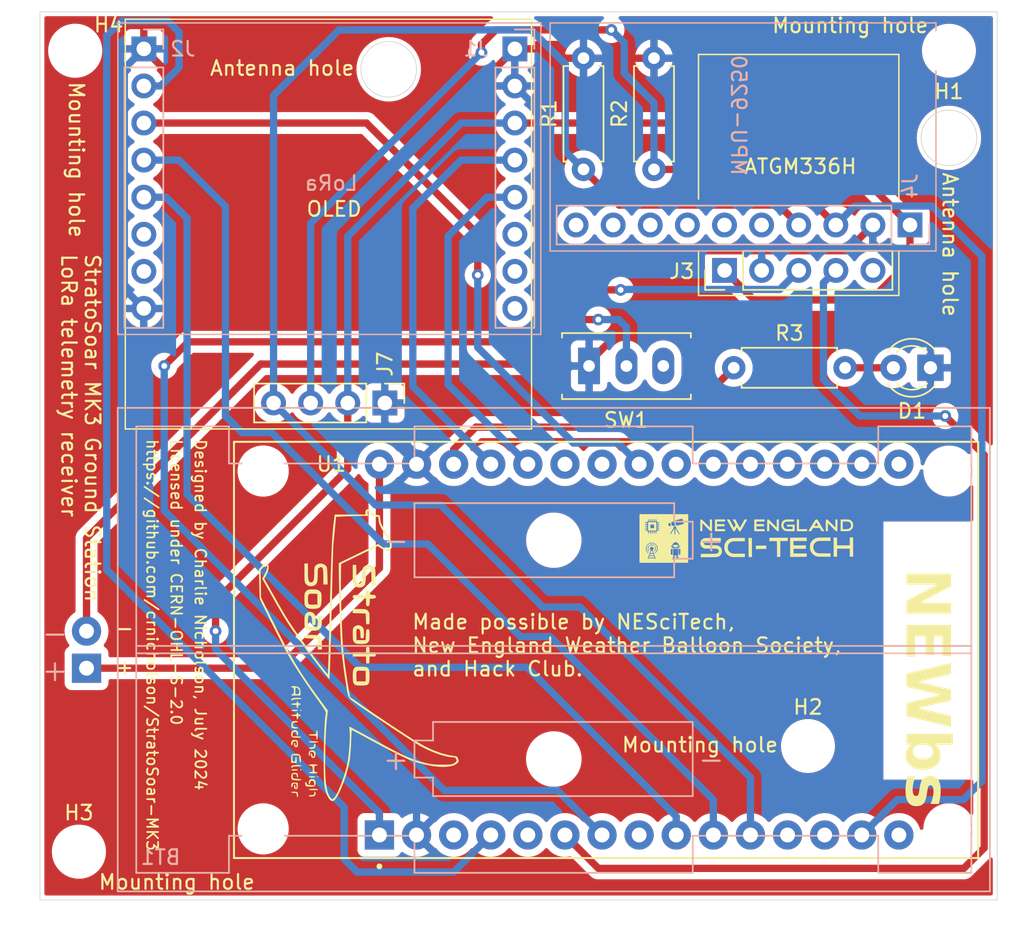
<source format=kicad_pcb>
(kicad_pcb (version 20240108) (generator "pcbnew") (generator_version "8.0")
  (layers (0 "F.Cu" signal) (31 "B.Cu" signal) (34 "B.Paste" user) (35 "F.Paste" user) (36 "B.SilkS" user "B.Silkscreen") (37 "F.SilkS" user "F.Silkscreen") (38 "B.Mask" user) (39 "F.Mask" user) (44 "Edge.Cuts" user))
  (net 0 "")
  (net 1 "+BATT")
  (net 2 "Net-(BT1--)")
  (net 3 "GND")
  (net 4 "Net-(D1-A)")
  (net 5 "DIO3")
  (net 6 "DIO0")
  (net 7 "DIO1")
  (net 8 "LORA_RST")
  (net 9 "+3.3V")
  (net 10 "DIO2")
  (net 11 "MOSI")
  (net 12 "DIO4")
  (net 13 "MISO")
  (net 14 "SCK")
  (net 15 "CS")
  (net 16 "DIO5")
  (net 18 "RX")
  (net 19 "TX")
  (net 20 "SDA")
  (net 25 "SCL")
  (net 28 "LED")
  (footprint "Resistor_THT:R_Axial_DIN0207_L6.3mm_D2.5mm_P7.62mm_Horizontal" (layer "F.Cu") (at 233.045 106.426)
    (property "Reference" "R3" (at 3.81 -2.37 0) (layer "F.SilkS"))
    (property "Value" "1 K")
    (pad "1" thru_hole circle (at 0 0) (size 1.6 1.6) (drill 0.8) (layers "*.Cu" "*.Mask") (net 28 "LED"))
    (pad "2" thru_hole oval (at 7.62 0) (size 1.6 1.6) (drill 0.8) (layers "*.Cu" "*.Mask") (net 4 "Net-(D1-A)"))
  )
  (footprint "MountingHole:MountingHole_3.2mm_M3" (layer "F.Cu") (at 188.214 139.573)
    (property "Reference" "H3" (at 0 -2.667 0) (layer "F.SilkS"))
    (property "Value" "MountingHole")
    (pad "" np_thru_hole circle (at 0 0) (size 3.2 3.2) (drill 3.2) (layers "*.Cu" "*.Mask"))
  )
  (footprint "LOGO" (layer "F.Cu") (at 207.391 126.111 -90)
    (property "Reference" "G***" (hide yes))
    (property "Value" "LOGO" (hide yes))
  )
  (footprint "Button_Switch_THT:SW_Slide_SPDT" (layer "F.Cu") (at 225.679 106.299)
    (property "Reference" "SW1" (at 0 3.707 0) (layer "F.SilkS"))
    (property "Value" "SW_SPDT")
    (pad "1" thru_hole rect (at -2.54 0) (size 1.5 2.5) (drill 0.8) (layers "*.Cu" "*.Mask") (net 3 "GND"))
    (pad "2" thru_hole oval (at 0.018 0.009) (size 1.5 2.5) (drill 0.8) (layers "*.Cu" "*.Mask") (net 2 "Net-(BT1--)"))
    (pad "3" thru_hole oval (at 2.54 0) (size 1.5 2.5) (drill 0.8) (layers "*.Cu" "*.Mask"))
  )
  (footprint "MountingHole:MountingHole_3.2mm_M3" (layer "F.Cu") (at 247.777 84.709)
    (property "Reference" "H1" (at 0 2.794 0) (layer "F.SilkS"))
    (property "Value" "MountingHole")
    (pad "" np_thru_hole circle (at 0 0) (size 3.2 3.2) (drill 3.2) (layers "*.Cu" "*.Mask"))
  )
  (footprint "Connector_PinHeader_2.54mm:PinHeader_1x04_P2.54mm_Vertical" (layer "F.Cu") (at 209.159 108.839 -90)
    (property "Reference" "J7" (at -2.667 -0.01 90) (layer "F.SilkS"))
    (property "Value" "OLED")
    (pad "1" thru_hole rect (at 0 0 270) (size 1.7 1.7) (drill 1) (layers "*.Cu" "*.Mask") (net 3 "GND"))
    (pad "2" thru_hole oval (at 0 2.54 270) (size 1.7 1.7) (drill 1) (layers "*.Cu" "*.Mask") (net 9 "+3.3V"))
    (pad "3" thru_hole oval (at 0 5.08 270) (size 1.7 1.7) (drill 1) (layers "*.Cu" "*.Mask") (net 25 "SCL"))
    (pad "4" thru_hole oval (at 0 7.62 270) (size 1.7 1.7) (drill 1) (layers "*.Cu" "*.Mask") (net 20 "SDA"))
  )
  (footprint "Resistor_THT:R_Axial_DIN0207_L6.3mm_D2.5mm_P7.62mm_Horizontal" (layer "F.Cu") (at 227.584 92.837 90)
    (property "Reference" "R2" (at 3.81 -2.37 -90) (layer "F.SilkS"))
    (property "Value" "1.8 K")
    (pad "1" thru_hole circle (at 0 0 90) (size 1.6 1.6) (drill 0.8) (layers "*.Cu" "*.Mask") (net 25 "SCL"))
    (pad "2" thru_hole oval (at 7.62 0 90) (size 1.6 1.6) (drill 0.8) (layers "*.Cu" "*.Mask") (net 3 "GND"))
  )
  (footprint "MountingHole:MountingHole_3.2mm_M3" (layer "F.Cu") (at 187.96 84.709)
    (property "Reference" "H4" (at 2.286 -1.778 180) (layer "F.SilkS"))
    (property "Value" "MountingHole")
    (pad "" np_thru_hole circle (at 0 0) (size 3.2 3.2) (drill 3.2) (layers "*.Cu" "*.Mask"))
  )
  (footprint "LED_THT:LED_D3.0mm" (layer "F.Cu") (at 246.512 106.426 180)
    (property "Reference" "D1" (at 1.27 -2.96 180) (layer "F.SilkS"))
    (property "Value" "RED")
    (pad "1" thru_hole rect (at 0 0 180) (size 1.8 1.8) (drill 0.9) (layers "*.Cu" "*.Mask") (net 3 "GND"))
    (pad "2" thru_hole circle (at 2.54 0 180) (size 1.8 1.8) (drill 0.9) (layers "*.Cu" "*.Mask") (net 4 "Net-(D1-A)"))
  )
  (footprint "Resistor_THT:R_Axial_DIN0207_L6.3mm_D2.5mm_P7.62mm_Horizontal" (layer "F.Cu") (at 222.758 92.837 90)
    (property "Reference" "R1" (at 3.81 -2.37 -90) (layer "F.SilkS"))
    (property "Value" "1.8 K")
    (pad "1" thru_hole circle (at 0 0 90) (size 1.6 1.6) (drill 0.8) (layers "*.Cu" "*.Mask") (net 20 "SDA"))
    (pad "2" thru_hole oval (at 7.62 0 90) (size 1.6 1.6) (drill 0.8) (layers "*.Cu" "*.Mask") (net 3 "GND"))
  )
  (footprint "ESP32-DEVKIT-V1:MODULE_ESP32_DEVKIT_V1" (layer "F.Cu") (at 224.303 125.73 90)
    (property "Reference" "U1" (at 12.7 -18.817 180) (layer "F.SilkS"))
    (property "Value" "ESP32-DEVKIT-V1")
    (pad "" np_thru_hole circle (at -12.28 -23.475 90) (size 3 3) (drill 3) (layers "*.Cu" "*.Mask"))
    (pad "" np_thru_hole circle (at -12.28 23.475 90) (size 3 3) (drill 3) (layers "*.Cu" "*.Mask"))
    (pad "" np_thru_hole circle (at 12.23 -23.475 90) (size 3 3) (drill 3) (layers "*.Cu" "*.Mask"))
    (pad "" np_thru_hole circle (at 12.23 23.475 90) (size 3 3) (drill 3) (layers "*.Cu" "*.Mask"))
    (pad "1" thru_hole rect (at -12.7 -15.515 90) (size 2 2) (drill 1.02) (layers "*.Cu" "*.Mask") (net 9 "+3.3V"))
    (pad "2" thru_hole circle (at -12.7 -12.975 90) (size 2 2) (drill 1.02) (layers "*.Cu" "*.Mask") (net 3 "GND"))
    (pad "3" thru_hole circle (at -12.7 -10.435 90) (size 2 2) (drill 1.02) (layers "*.Cu" "*.Mask"))
    (pad "4" thru_hole circle (at -12.7 -7.895 90) (size 2 2) (drill 1.02) (layers "*.Cu" "*.Mask") (net 15 "CS"))
    (pad "5" thru_hole circle (at -12.7 -5.355 90) (size 2 2) (drill 1.02) (layers "*.Cu" "*.Mask"))
    (pad "6" thru_hole circle (at -12.7 -2.815 90) (size 2 2) (drill 1.02) (layers "*.Cu" "*.Mask") (net 18 "RX"))
    (pad "7" thru_hole circle (at -12.7 -0.275 90) (size 2 2) (drill 1.02) (layers "*.Cu" "*.Mask") (net 19 "TX"))
    (pad "8" thru_hole circle (at -12.7 2.265 90) (size 2 2) (drill 1.02) (layers "*.Cu" "*.Mask"))
    (pad "9" thru_hole circle (at -12.7 4.805 90) (size 2 2) (drill 1.02) (layers "*.Cu" "*.Mask") (net 14 "SCK"))
    (pad "10" thru_hole circle (at -12.7 7.345 90) (size 2 2) (drill 1.02) (layers "*.Cu" "*.Mask") (net 13 "MISO"))
    (pad "11" thru_hole circle (at -12.7 9.885 90) (size 2 2) (drill 1.02) (layers "*.Cu" "*.Mask") (net 20 "SDA"))
    (pad "12" thru_hole circle (at -12.7 12.425 90) (size 2 2) (drill 1.02) (layers "*.Cu" "*.Mask"))
    (pad "13" thru_hole circle (at -12.7 14.965 90) (size 2 2) (drill 1.02) (layers "*.Cu" "*.Mask"))
    (pad "14" thru_hole circle (at -12.7 17.505 90) (size 2 2) (drill 1.02) (layers "*.Cu" "*.Mask") (net 25 "SCL"))
    (pad "15" thru_hole circle (at -12.7 20.045 90) (size 2 2) (drill 1.02) (layers "*.Cu" "*.Mask"))
    (pad "16" thru_hole circle (at 12.7 20.045 90) (size 2 2) (drill 1.02) (layers "*.Cu" "*.Mask"))
    (pad "17" thru_hole circle (at 12.7 17.505 90) (size 2 2) (drill 1.02) (layers "*.Cu" "*.Mask"))
    (pad "18" thru_hole circle (at 12.7 14.965 90) (size 2 2) (drill 1.02) (layers "*.Cu" "*.Mask"))
    (pad "19" thru_hole circle (at 12.7 12.425 90) (size 2 2) (drill 1.02) (layers "*.Cu" "*.Mask"))
    (pad "20" thru_hole circle (at 12.7 9.885 90) (size 2 2) (drill 1.02) (layers "*.Cu" "*.Mask"))
    (pad "21" thru_hole circle (at 12.7 7.345 90) (size 2 2) (drill 1.02) (layers "*.Cu" "*.Mask"))
    (pad "22" thru_hole circle (at 12.7 4.805 90) (size 2 2) (drill 1.02) (layers "*.Cu" "*.Mask"))
    (pad "23" thru_hole circle (at 12.7 2.265 90) (size 2 2) (drill 1.02) (layers "*.Cu" "*.Mask") (net 11 "MOSI"))
    (pad "24" thru_hole circle (at 12.7 -0.275 90) (size 2 2) (drill 1.02) (layers "*.Cu" "*.Mask"))
    (pad "25" thru_hole circle (at 12.7 -2.815 90) (size 2 2) (drill 1.02) (layers "*.Cu" "*.Mask"))
    (pad "26" thru_hole circle (at 12.7 -5.355 90) (size 2 2) (drill 1.02) (layers "*.Cu" "*.Mask") (net 6 "DIO0"))
    (pad "27" thru_hole circle (at 12.7 -7.895 90) (size 2 2) (drill 1.02) (layers "*.Cu" "*.Mask") (net 8 "LORA_RST"))
    (pad "28" thru_hole circle (at 12.7 -10.435 90) (size 2 2) (drill 1.02) (layers "*.Cu" "*.Mask") (net 28 "LED"))
    (pad "29" thru_hole circle (at 12.7 -12.975 90) (size 2 2) (drill 1.02) (layers "*.Cu" "*.Mask") (net 3 "GND"))
    (pad "30" thru_hole circle (at 12.7 -15.515 90) (size 2 2) (drill 1.02) (layers "*.Cu" "*.Mask") (net 1 "+BATT"))
    (zone (net 0) (net_name "") (layer "F.Cu") (connect_pads (clearance 0)) (min_thickness 0.01)
      (keepout (tracks not_allowed) (vias not_allowed) (pads not_allowed) (copperpour not_allowed) (footprints allowed))
      (fill (thermal_gap 0.508) (thermal_bridge_width 0.508))
      (polygon (pts (xy 243.288 134.64) (xy 243.288 116.95) (xy 249.778 116.95) (xy 249.778 134.64)))
    )
    (zone (net 0) (net_name "") (layer "B.Cu") (connect_pads (clearance 0)) (min_thickness 0.01)
      (keepout (tracks not_allowed) (vias not_allowed) (pads not_allowed) (copperpour not_allowed) (footprints allowed))
      (fill (thermal_gap 0.508) (thermal_bridge_width 0.508))
      (polygon (pts (xy 243.288 134.64) (xy 243.288 116.95) (xy 249.778 116.95) (xy 249.778 134.64)))
    )
  )
  (footprint "MountingHole:MountingHole_3.2mm_M3" (layer "F.Cu") (at 238.125 132.334)
    (property "Reference" "H2" (at 0 -2.667 0) (layer "F.SilkS"))
    (property "Value" "MountingHole")
    (pad "" np_thru_hole circle (at 0 0) (size 3.2 3.2) (drill 3.2) (layers "*.Cu" "*.Mask"))
  )
  (footprint "Connector_PinHeader_2.54mm:PinHeader_1x05_P2.54mm_Vertical" (layer "F.Cu") (at 232.415 99.7585 90)
    (property "Reference" "J3" (at -0.0635 -2.926 0) (layer "F.SilkS"))
    (property "Value" "GPS")
    (pad "1" thru_hole rect (at 0 0 90) (size 1.7 1.7) (drill 1) (layers "*.Cu" "*.Mask") (net 9 "+3.3V"))
    (pad "2" thru_hole oval (at 0 2.54 90) (size 1.7 1.7) (drill 1) (layers "*.Cu" "*.Mask") (net 3 "GND"))
    (pad "3" thru_hole oval (at 0 5.08 90) (size 1.7 1.7) (drill 1) (layers "*.Cu" "*.Mask") (net 19 "TX"))
    (pad "4" thru_hole oval (at 0 7.62 90) (size 1.7 1.7) (drill 1) (layers "*.Cu" "*.Mask") (net 18 "RX"))
    (pad "5" thru_hole oval (at 0 10.16 90) (size 1.7 1.7) (drill 1) (layers "*.Cu" "*.Mask"))
  )
  (footprint "LOGO" (layer "F.Cu") (at 234.061 118.11)
    (property "Reference" "G***" (hide yes))
    (property "Value" "LOGO" (hide yes))
  )
  (footprint "Connector_PinHeader_2.54mm:PinHeader_1x08_P2.54mm_Vertical" (layer "B.Cu") (at 192.659 84.582 180)
    (property "Reference" "J2" (at -2.667 0 180) (layer "B.SilkS") (effects (justify mirror)))
    (property "Value" "Right")
    (pad "1" thru_hole rect (at 0 0 180) (size 1.7 1.7) (drill 1) (layers "*.Cu" "*.Mask") (net 3 "GND"))
    (pad "2" thru_hole oval (at 0 -2.54 180) (size 1.7 1.7) (drill 1) (layers "*.Cu" "*.Mask") (net 15 "CS"))
    (pad "3" thru_hole oval (at 0 -5.08 180) (size 1.7 1.7) (drill 1) (layers "*.Cu" "*.Mask") (net 11 "MOSI"))
    (pad "4" thru_hole oval (at 0 -7.62 180) (size 1.7 1.7) (drill 1) (layers "*.Cu" "*.Mask") (net 13 "MISO"))
    (pad "5" thru_hole oval (at 0 -10.16 180) (size 1.7 1.7) (drill 1) (layers "*.Cu" "*.Mask") (net 14 "SCK"))
    (pad "6" thru_hole oval (at 0 -12.7 180) (size 1.7 1.7) (drill 1) (layers "*.Cu" "*.Mask") (net 16 "DIO5"))
    (pad "7" thru_hole oval (at 0 -15.24 180) (size 1.7 1.7) (drill 1) (layers "*.Cu" "*.Mask") (net 12 "DIO4"))
    (pad "8" thru_hole oval (at 0 -17.78 180) (size 1.7 1.7) (drill 1) (layers "*.Cu" "*.Mask") (net 3 "GND"))
  )
  (footprint "Battery:BatteryHolder_Keystone_2462_2xAA" (layer "B.Cu") (at 193.561 133.227)
    (property "Reference" "BT1" (at 0.241 6.727 0) (layer "B.SilkS") (effects (justify mirror)))
    (property "Value" "3V")
    (fp_text user "+" (at 16.355 0 0) (layer "B.SilkS") (effects (font (size 1.5 1.5)) (justify mirror)))
    (fp_text user "-" (at 16.355 -14.99 0) (layer "B.SilkS") (effects (font (size 1.5 1.5)) (justify mirror)))
    (fp_text user "+" (at 37.945 -14.99 0) (layer "B.SilkS") (effects (font (size 1.5 1.5)) (justify mirror)))
    (fp_text user "-" (at -6.985 -8.636 0) (layer "B.SilkS") (effects (font (size 1.5 1.5)) (justify mirror)))
    (fp_text user "-" (at 37.945 0 0) (layer "B.SilkS") (effects (font (size 1.5 1.5)) (justify mirror)))
    (fp_text user "+" (at -6.985 -6.096 0) (layer "B.SilkS") (effects (font (size 1.5 1.5)) (justify mirror)))
    (pad "" np_thru_hole circle (at 27.165 -14.99) (size 3.3 3.3) (drill 3.3) (layers "*.Cu" "*.Mask"))
    (pad "" np_thru_hole circle (at 27.165 0) (size 3.3 3.3) (drill 3.3) (layers "*.Cu" "*.Mask"))
    (pad "1" thru_hole rect (at -4.826 -6.223) (size 2 2) (drill 1.02) (layers "*.Cu" "*.Mask") (net 1 "+BATT"))
    (pad "2" thru_hole circle (at -4.826 -8.763) (size 2 2) (drill 1.02) (layers "*.Cu" "*.Mask") (net 2 "Net-(BT1--)"))
  )
  (footprint "Connector_PinHeader_2.54mm:PinHeader_1x08_P2.54mm_Vertical" (layer "B.Cu") (at 218.059 84.582 180)
    (property "Reference" "J1" (at 2.667 0 180) (layer "B.SilkS") (effects (justify mirror)))
    (property "Value" "Left")
    (pad "1" thru_hole rect (at 0 0 180) (size 1.7 1.7) (drill 1) (layers "*.Cu" "*.Mask") (net 3 "GND"))
    (pad "2" thru_hole oval (at 0 -2.54 180) (size 1.7 1.7) (drill 1) (layers "*.Cu" "*.Mask") (net 3 "GND"))
    (pad "3" thru_hole oval (at 0 -5.08 180) (size 1.7 1.7) (drill 1) (layers "*.Cu" "*.Mask") (net 9 "+3.3V"))
    (pad "4" thru_hole oval (at 0 -7.62 180) (size 1.7 1.7) (drill 1) (layers "*.Cu" "*.Mask") (net 8 "LORA_RST"))
    (pad "5" thru_hole oval (at 0 -10.16 180) (size 1.7 1.7) (drill 1) (layers "*.Cu" "*.Mask") (net 6 "DIO0"))
    (pad "6" thru_hole oval (at 0 -12.7 180) (size 1.7 1.7) (drill 1) (layers "*.Cu" "*.Mask") (net 7 "DIO1"))
    (pad "7" thru_hole oval (at 0 -15.24 180) (size 1.7 1.7) (drill 1) (layers "*.Cu" "*.Mask") (net 10 "DIO2"))
    (pad "8" thru_hole oval (at 0 -17.78 180) (size 1.7 1.7) (drill 1) (layers "*.Cu" "*.Mask") (net 5 "DIO3"))
  )
  (footprint "Connector_PinHeader_2.54mm:PinHeader_1x10_P2.54mm_Vertical" (layer "B.Cu") (at 245.11 96.647 90)
    (property "Reference" "J4" (at 2.667 0 -90) (layer "B.SilkS") (effects (justify mirror)))
    (property "Value" "MPU-9250")
    (pad "1" thru_hole rect (at 0 0 90) (size 1.7 1.7) (drill 1) (layers "*.Cu" "*.Mask") (net 9 "+3.3V"))
    (pad "2" thru_hole oval (at 0 -2.54 90) (size 1.7 1.7) (drill 1) (layers "*.Cu" "*.Mask") (net 3 "GND"))
    (pad "3" thru_hole oval (at 0 -5.08 90) (size 1.7 1.7) (drill 1) (layers "*.Cu" "*.Mask") (net 25 "SCL"))
    (pad "4" thru_hole oval (at 0 -7.62 90) (size 1.7 1.7) (drill 1) (layers "*.Cu" "*.Mask") (net 20 "SDA"))
    (pad "5" thru_hole oval (at 0 -10.16 90) (size 1.7 1.7) (drill 1) (layers "*.Cu" "*.Mask"))
    (pad "6" thru_hole oval (at 0 -12.7 90) (size 1.7 1.7) (drill 1) (layers "*.Cu" "*.Mask"))
    (pad "7" thru_hole oval (at 0 -15.24 90) (size 1.7 1.7) (drill 1) (layers "*.Cu" "*.Mask"))
    (pad "8" thru_hole oval (at 0 -17.78 90) (size 1.7 1.7) (drill 1) (layers "*.Cu" "*.Mask"))
    (pad "9" thru_hole oval (at 0 -20.32 90) (size 1.7 1.7) (drill 1) (layers "*.Cu" "*.Mask"))
    (pad "10" thru_hole oval (at 0 -22.86 90) (size 1.7 1.7) (drill 1) (layers "*.Cu" "*.Mask"))
  )
  (gr_line (start 246.888 82.804) (end 246.888 98.425) (stroke (width 0.1)) (layer "B.SilkS"))
  (gr_line (start 190.881 104.14) (end 219.837 104.14) (stroke (width 0.1)) (layer "B.SilkS"))
  (gr_line (start 190.881 82.804) (end 190.881 104.14) (stroke (width 0.1)) (layer "B.SilkS"))
  (gr_line (start 246.888 98.425) (end 220.472 98.425) (stroke (width 0.1)) (layer "B.SilkS"))
  (gr_line (start 219.837 104.14) (end 219.837 82.804) (stroke (width 0.1)) (layer "B.SilkS"))
  (gr_line (start 220.472 98.425) (end 220.472 82.804) (stroke (width 0.1)) (layer "B.SilkS"))
  (gr_line (start 220.472 82.804) (end 246.888 82.804) (stroke (width 0.1)) (layer "B.SilkS"))
  (gr_line (start 219.837 82.804) (end 190.881 82.804) (stroke (width 0.1)) (layer "B.SilkS"))
  (gr_line (start 219.202 82.55) (end 191.389 82.55) (stroke (width 0.1)) (layer "F.SilkS"))
  (gr_line (start 230.632 84.963) (end 230.632 94.869) (stroke (width 0.1)) (layer "F.SilkS"))
  (gr_line (start 219.202 110.617) (end 191.389 110.617) (stroke (width 0.1)) (layer "F.SilkS"))
  (gr_line (start 244.348 101.473) (end 244.348 98.425) (stroke (width 0.1)) (layer "F.SilkS"))
  (gr_line (start 244.348 84.963) (end 230.632 84.963) (stroke (width 0.1)) (layer "F.SilkS"))
  (gr_line (start 191.389 110.617) (end 191.389 82.55) (stroke (width 0.1)) (layer "F.SilkS"))
  (gr_line (start 244.348 84.963) (end 244.348 94.869) (stroke (width 0.1)) (layer "F.SilkS"))
  (gr_line (start 230.632 101.473) (end 244.348 101.473) (stroke (width 0.1)) (layer "F.SilkS"))
  (gr_line (start 219.202 110.617) (end 219.202 82.55) (stroke (width 0.1)) (layer "F.SilkS"))
  (gr_line (start 230.632 98.425) (end 230.632 101.473) (stroke (width 0.1)) (layer "F.SilkS"))
  (gr_circle (center 247.777 90.678) (end 247.777 88.773) (stroke (width 0.05)) (fill none) (layer "Edge.Cuts"))
  (gr_rect (start 185.547 82.042) (end 251.079 142.875) (stroke (width 0.05)) (fill none) (layer "Edge.Cuts"))
  (gr_circle (center 209.423 85.979) (end 209.423 84.074) (stroke (width 0.05)) (fill none) (layer "Edge.Cuts"))
  (gr_text "LoRa" (at 207.391 94.361 -0) (layer "B.SilkS") (effects (font (size 1 1)) (justify left bottom mirror)))
  (gr_text "MPU-9250" (at 232.791 93.345 -90) (layer "B.SilkS") (effects (font (size 1 1)) (justify left bottom mirror)))
  (gr_text "Mounting hole" (at 225.298 132.842 0) (layer "F.SilkS") (effects (font (size 1 1)) (justify left bottom)))
  (gr_text "ATGM336H" (at 233.68 93.218 0) (layer "F.SilkS") (effects (font (size 1 1)) (justify left bottom)))
  (gr_text "Made possible by NESciTech, \nNew England Weather Balloon Society, \nand Hack Club." (at 210.947 127.635 0) (layer "F.SilkS") (effects (font (size 1 1)) (justify left bottom)))
  (gr_text "+\n" (at 190.627 127.508 0) (layer "F.SilkS") (effects (font (size 1 1)) (justify left bottom)))
  (gr_text "NEWbs" (at 244.348 120.142 -90) (layer "F.SilkS") (effects (font (size 3 3) (thickness 0.1)) (justify left bottom)))
  (gr_text "Antenna hole" (at 197.104 86.487 0) (layer "F.SilkS") (effects (font (size 1 1)) (justify left bottom)))
  (gr_text "Licensed under CERN-OHL-S-2.0" (at 194.437 111.252 270) (layer "F.SilkS") (effects (font (size 0.75 0.75) (thickness 0.12)) (justify left bottom)))
  (gr_text "Antenna hole" (at 247.269 92.964 270) (layer "F.SilkS") (effects (font (size 1 1)) (justify left bottom)))
  (gr_text "-" (at 190.627 124.841 0) (layer "F.SilkS") (effects (font (size 1 1)) (justify left bottom)))
  (gr_text "https://github.com/crnicholson/StratoSoar-MK3" (at 192.786 111.252 270) (layer "F.SilkS") (effects (font (size 0.75 0.75) (thickness 0.12)) (justify left bottom)))
  (gr_text "Designed by Charlie Nicholson, July 2024" (at 196.088 111.252 270) (layer "F.SilkS") (effects (font (size 0.75 0.75) (thickness 0.12)) (justify left bottom)))
  (gr_text "Mounting hole" (at 187.452 86.741 -90) (layer "F.SilkS") (effects (font (size 1 1)) (justify left bottom)))
  (gr_text "Mounting hole" (at 235.585 83.566 0) (layer "F.SilkS") (effects (font (size 1 1)) (justify left bottom)))
  (gr_text "StratoSoar MK3 Ground Station\nLoRa telemetry receiver" (at 186.944 98.552 -90) (layer "F.SilkS") (effects (font (size 1 1)) (justify left bottom)))
  (gr_text "OLED" (at 203.708 96.139 0) (layer "F.SilkS") (effects (font (size 1 1)) (justify left bottom)))
  (gr_text "Mounting hole" (at 189.484 142.24 0) (layer "F.SilkS") (effects (font (size 1 1)) (justify left bottom)))
  (segment (start 201.926 127.004) (end 188.735 127.004) (width 0.5) (layer "F.Cu") (net 1))
  (segment (start 208.788 113.03) (end 208.788 120.142) (width 0.5) (layer "F.Cu") (net 1))
  (segment (start 208.788 120.142) (end 201.926 127.004) (width 0.5) (layer "F.Cu") (net 1))
  (segment (start 223.774 103.124) (end 222.631 103.124) (width 0.5) (layer "F.Cu") (net 2))
  (segment (start 222.631 103.124) (end 219.583 106.172) (width 0.5) (layer "F.Cu") (net 2))
  (segment (start 200.66 106.172) (end 188.735 118.097) (width 0.5) (layer "F.Cu") (net 2))
  (segment (start 188.735 118.097) (end 188.735 124.464) (width 0.5) (layer "F.Cu") (net 2))
  (segment (start 219.583 106.172) (end 200.66 106.172) (width 0.5) (layer "F.Cu") (net 2))
  (via (at 223.774 103.124) (size 0.8) (drill 0.4) (layers "F.Cu" "B.Cu") (net 2))
  (segment (start 225.171 103.124) (end 225.697 103.65) (width 0.5) (layer "B.Cu") (net 2))
  (segment (start 223.774 103.124) (end 225.171 103.124) (width 0.5) (layer "B.Cu") (net 2))
  (segment (start 225.697 103.65) (end 225.697 106.308) (width 0.5) (layer "B.Cu") (net 2))
  (segment (start 234.9479 98.4085) (end 234.955 98.4156) (width 0.5) (layer "F.Cu") (net 3))
  (segment (start 196.723 88.646) (end 192.659 84.582) (width 0.5) (layer "F.Cu") (net 3))
  (segment (start 221.458 85.217) (end 220.823 84.582) (width 0.5) (layer "F.Cu") (net 3))
  (segment (start 213.995 88.646) (end 196.723 88.646) (width 0.5) (layer "F.Cu") (net 3))
  (segment (start 223.139 106.045) (end 230.7755 98.4085) (width 0.5) (layer "F.Cu") (net 3))
  (segment (start 222.108 85.217) (end 222.758 85.217) (width 0.5) (layer "F.Cu") (net 3))
  (segment (start 209.159 108.839) (end 219.349 108.839) (width 0.5) (layer "F.Cu") (net 3))
  (segment (start 234.955 98.4085) (end 240.8085 98.4085) (width 0.5) (layer "F.Cu") (net 3))
  (segment (start 219.349 108.839) (end 221.889 106.299) (width 0.5) (layer "F.Cu") (net 3))
  (segment (start 218.059 84.582) (end 213.995 88.646) (width 0.5) (layer "F.Cu") (net 3))
  (segment (start 230.7755 98.4085) (end 234.9479 98.4085) (width 0.5) (layer "F.Cu") (net 3))
  (segment (start 222.108 85.217) (end 221.458 85.217) (width 0.5) (layer "F.Cu") (net 3))
  (segment (start 240.8085 98.4085) (end 242.57 96.647) (width 0.5) (layer "F.Cu") (net 3))
  (segment (start 223.139 106.299) (end 221.889 106.299) (width 0.5) (layer "F.Cu") (net 3))
  (segment (start 223.139 106.299) (end 223.139 106.045) (width 0.5) (layer "F.Cu") (net 3))
  (segment (start 222.758 85.217) (end 227.584 85.217) (width 0.5) (layer "F.Cu") (net 3))
  (segment (start 234.955 98.4156) (end 234.955 98.4085) (width 0.5) (layer "F.Cu") (net 3))
  (segment (start 234.955 99.7585) (end 234.955 98.4156) (width 0.5) (layer "F.Cu") (net 3))
  (segment (start 220.823 84.582) (end 218.059 84.582) (width 0.5) (layer "F.Cu") (net 3))
  (segment (start 246.512 106.426) (end 246.512 101.7992) (width 0.5) (layer "B.Cu") (net 3))
  (segment (start 192.659 117.729) (end 211.328 136.398) (width 0.5) (layer "B.Cu") (net 3))
  (segment (start 192.659 84.582) (end 191.3202 85.9208) (width 0.5) (layer "B.Cu") (net 3))
  (segment (start 220.4021 104.8121) (end 221.889 106.299) (width 0.5) (layer "B.Cu") (net 3))
  (segment (start 218.059 84.582) (end 218.059 87.122) (width 0.5) (layer "B.Cu") (net 3))
  (segment (start 246.512 101.7992) (end 242.7098 97.997) (width 0.5) (layer "B.Cu") (net 3))
  (segment (start 209.159 110.189) (end 211.328 112.358) (width 0.5) (layer "B.Cu") (net 3))
  (segment (start 220.4021 89.4651) (end 220.4021 104.8121) (width 0.5) (layer "B.Cu") (net 3))
  (segment (start 191.3202 101.0232) (end 192.659 102.362) (width 0.5) (layer "B.Cu") (net 3))
  (segment (start 211.328 136.398) (end 211.328 138.43) (width 0.5) (layer "B.Cu") (net 3))
  (segment (start 192.659 102.362) (end 192.659 117.729) (width 0.5) (layer "B.Cu") (net 3))
  (segment (start 242.7098 97.997) (end 242.57 97.997) (width 0.5) (layer "B.Cu") (net 3))
  (segment (start 218.059 87.122) (end 220.4021 89.4651) (width 0.5) (layer "B.Cu") (net 3))
  (segment (start 211.328 112.358) (end 211.328 113.03) (width 0.5) (layer "B.Cu") (net 3))
  (segment (start 223.139 106.299) (end 221.889 106.299) (width 0.5) (layer "B.Cu") (net 3))
  (segment (start 191.3202 85.9208) (end 191.3202 101.0232) (width 0.5) (layer "B.Cu") (net 3))
  (segment (start 242.57 96.647) (end 242.57 97.997) (width 0.5) (layer "B.Cu") (net 3))
  (segment (start 209.159 108.839) (end 209.159 110.189) (width 0.5) (layer "B.Cu") (net 3))
  (segment (start 243.972 106.426) (end 240.665 106.426) (width 0.5) (layer "F.Cu") (net 4))
  (segment (start 213.487 97.409) (end 216.154 94.742) (width 0.5) (layer "B.Cu") (net 6))
  (segment (start 218.948 113.03) (end 213.487 107.569) (width 0.5) (layer "B.Cu") (net 6))
  (segment (start 213.487 107.569) (end 213.487 97.409) (width 0.5) (layer "B.Cu") (net 6))
  (segment (start 216.154 94.742) (end 218.059 94.742) (width 0.5) (layer "B.Cu") (net 6))
  (segment (start 211.074 107.696) (end 216.408 113.03) (width 0.5) (layer "B.Cu") (net 8))
  (segment (start 218.059 92.202) (end 214.376 92.202) (width 0.5) (layer "B.Cu") (net 8))
  (segment (start 211.074 95.504) (end 211.074 107.696) (width 0.5) (layer "B.Cu") (net 8))
  (segment (start 214.376 92.202) (end 211.074 95.504) (width 0.5) (layer "B.Cu") (net 8))
  (segment (start 242.4292 101.7802) (end 245.11 99.0994) (width 0.5) (layer "F.Cu") (net 9))
  (segment (start 238.125 89.662) (end 245.11 96.647) (width 0.5) (layer "F.Cu") (net 9))
  (segment (start 234.4367 101.7802) (end 242.4292 101.7802) (width 0.5) (layer "F.Cu") (net 9))
  (segment (start 206.619 113.3708) (end 206.619 108.839) (width 0.5) (layer "F.Cu") (net 9))
  (segment (start 197.5696 122.4202) (end 206.619 113.3708) (width 0.5) (layer "F.Cu") (net 9))
  (segment (start 197.5696 124.46) (end 197.5696 122.4202) (width 0.5) (layer "F.Cu") (net 9))
  (segment (start 232.415 99.7585) (end 234.4367 101.7802) (width 0.5) (layer "F.Cu") (net 9))
  (segment (start 245.11 99.0994) (end 245.11 96.647) (width 0.5) (layer "F.Cu") (net 9))
  (segment (start 218.059 89.662) (end 238.125 89.662) (width 0.5) (layer "F.Cu") (net 9))
  (via (at 197.5696 124.46) (size 0.8) (drill 0.4) (layers "F.Cu" "B.Cu") (net 9))
  (segment (start 208.788 136.93) (end 208.788 138.43) (width 0.5) (layer "B.Cu") (net 9))
  (segment (start 206.619 97.419) (end 214.376 89.662) (width 0.5) (layer "B.Cu") (net 9))
  (segment (start 197.5696 124.46) (end 197.5696 125.7116) (width 0.5) (layer "B.Cu") (net 9))
  (segment (start 206.619 108.839) (end 206.619 97.419) (width 0.5) (layer "B.Cu") (net 9))
  (segment (start 197.5696 125.7116) (end 208.788 136.93) (width 0.5) (layer "B.Cu") (net 9))
  (segment (start 214.376 89.662) (end 218.059 89.662) (width 0.5) (layer "B.Cu") (net 9))
  (segment (start 215.519 97.282) (end 207.899 89.662) (width 0.5) (layer "F.Cu") (net 11))
  (segment (start 215.519 100.076) (end 215.519 97.282) (width 0.5) (layer "F.Cu") (net 11))
  (segment (start 207.899 89.662) (end 192.659 89.662) (width 0.5) (layer "F.Cu") (net 11))
  (via (at 215.519 100.076) (size 0.8) (drill 0.4) (layers "F.Cu" "B.Cu") (net 11))
  (segment (start 222.07 111.58) (end 225.118 111.58) (width 0.5) (layer "B.Cu") (net 11))
  (segment (start 215.519 105.029) (end 222.07 111.58) (width 0.5) (layer "B.Cu") (net 11))
  (segment (start 225.118 111.58) (end 226.568 113.03) (width 0.5) (layer "B.Cu") (net 11))
  (segment (start 215.519 100.076) (end 215.519 105.029) (width 0.5) (layer "B.Cu") (net 11))
  (segment (start 195.072 92.202) (end 192.659 92.202) (width 0.5) (layer "B.Cu") (net 13))
  (segment (start 199.39 110.871) (end 198.247 109.728) (width 0.5) (layer "B.Cu") (net 13))
  (segment (start 201.422 110.871) (end 199.39 110.871) (width 0.5) (layer "B.Cu") (net 13))
  (segment (start 231.648 138.43) (end 231.648 136.017) (width 0.5) (layer "B.Cu") (net 13))
  (segment (start 220.472 124.841) (end 218.44 124.841) (width 0.5) (layer "B.Cu") (net 13))
  (segment (start 209.042 118.491) (end 201.422 110.871) (width 0.5) (layer "B.Cu") (net 13))
  (segment (start 212.09 118.491) (end 209.042 118.491) (width 0.5) (layer "B.Cu") (net 13))
  (segment (start 218.44 124.841) (end 212.09 118.491) (width 0.5) (layer "B.Cu") (net 13))
  (segment (start 198.247 95.377) (end 195.072 92.202) (width 0.5) (layer "B.Cu") (net 13))
  (segment (start 198.247 109.728) (end 198.247 95.377) (width 0.5) (layer "B.Cu") (net 13))
  (segment (start 231.648 136.017) (end 220.472 124.841) (width 0.5) (layer "B.Cu") (net 13))
  (segment (start 229.108 137.16) (end 218.886 126.938) (width 0.5) (layer "B.Cu") (net 14))
  (segment (start 207.456 126.938) (end 195.6172 115.0992) (width 0.5) (layer "B.Cu") (net 14))
  (segment (start 195.6172 115.0992) (end 195.6172 96.1762) (width 0.5) (layer "B.Cu") (net 14))
  (segment (start 229.108 138.43) (end 229.108 137.16) (width 0.5) (layer "B.Cu") (net 14))
  (segment (start 194.183 94.742) (end 192.659 94.742) (width 0.5) (layer "B.Cu") (net 14))
  (segment (start 195.6172 96.1762) (end 194.183 94.742) (width 0.5) (layer "B.Cu") (net 14))
  (segment (start 218.886 126.938) (end 207.456 126.938) (width 0.5) (layer "B.Cu") (net 14))
  (segment (start 206.375 136.525) (end 190.119 120.269) (width 0.5) (layer "B.Cu") (net 15))
  (segment (start 193.802 87.122) (end 192.659 87.122) (width 0.5) (layer "B.Cu") (net 15))
  (segment (start 195.072 83.439) (end 195.072 85.852) (width 0.5) (layer "B.Cu") (net 15))
  (segment (start 213.868 140.97) (end 207.264 140.97) (width 0.5) (layer "B.Cu") (net 15))
  (segment (start 191.123 82.677) (end 194.31 82.677) (width 0.5) (layer "B.Cu") (net 15))
  (segment (start 207.264 140.97) (end 206.375 140.081) (width 0.5) (layer "B.Cu") (net 15))
  (segment (start 194.31 82.677) (end 195.072 83.439) (width 0.5) (layer "B.Cu") (net 15))
  (segment (start 195.072 85.852) (end 193.802 87.122) (width 0.5) (layer "B.Cu") (net 15))
  (segment (start 206.375 140.081) (end 206.375 136.525) (width 0.5) (layer "B.Cu") (net 15))
  (segment (start 190.119 83.681) (end 191.123 82.677) (width 0.5) (layer "B.Cu") (net 15))
  (segment (start 216.408 138.43) (end 213.868 140.97) (width 0.5) (layer "B.Cu") (net 15))
  (segment (start 190.119 120.269) (end 190.119 83.681) (width 0.5) (layer "B.Cu") (net 15))
  (segment (start 247.523 109.728) (end 250.19 112.395) (width 0.5) (layer "F.Cu") (net 18))
  (segment (start 223.774 140.716) (end 221.488 138.43) (width 0.5) (layer "F.Cu") (net 18))
  (segment (start 248.793 140.716) (end 223.774 140.716) (width 0.5) (layer "F.Cu") (net 18))
  (segment (start 250.19 139.319) (end 248.793 140.716) (width 0.5) (layer "F.Cu") (net 18))
  (segment (start 250.19 112.395) (end 250.19 139.319) (width 0.5) (layer "F.Cu") (net 18))
  (via (at 247.523 109.728) (size 0.8) (drill 0.4) (layers "F.Cu" "B.Cu") (net 18))
  (segment (start 239.185 107.232) (end 241.681 109.728) (width 0.5) (layer "B.Cu") (net 18))
  (segment (start 240.035 99.7585) (end 239.185 100.6085) (width 0.5) (layer "B.Cu") (net 18))
  (segment (start 239.185 100.6085) (end 239.185 107.232) (width 0.5) (layer "B.Cu") (net 18))
  (segment (start 241.681 109.728) (end 247.523 109.728) (width 0.5) (layer "B.Cu") (net 18))
  (segment (start 221.996 101.092) (end 218.44 104.648) (width 0.5) (layer "F.Cu") (net 19))
  (segment (start 195.707 104.648) (end 194.056 106.299) (width 0.5) (layer "F.Cu") (net 19))
  (segment (start 225.298 101.092) (end 221.996 101.092) (width 0.5) (layer "F.Cu") (net 19))
  (segment (start 218.44 104.648) (end 195.707 104.648) (width 0.5) (layer "F.Cu") (net 19))
  (via (at 194.056 106.299) (size 0.8) (drill 0.4) (layers "F.Cu" "B.Cu") (net 19))
  (via (at 225.298 101.092) (size 0.8) (drill 0.4) (layers "F.Cu" "B.Cu") (net 19))
  (segment (start 224.028 138.43) (end 220.975 135.377) (width 0.5) (layer "B.Cu") (net 19))
  (segment (start 194.056 116.205) (end 194.056 106.299) (width 0.5) (layer "B.Cu") (net 19))
  (segment (start 220.975 135.377) (end 213.228 135.377) (width 0.5) (layer "B.Cu") (net 19))
  (segment (start 213.228 135.377) (end 194.056 116.205) (width 0.5) (layer "B.Cu") (net 19))
  (segment (start 225.3315 101.0585) (end 236.195 101.0585) (width 0.5) (layer "B.Cu") (net 19))
  (segment (start 225.298 101.092) (end 225.3315 101.0585) (width 0.5) (layer "B.Cu") (net 19))
  (segment (start 236.195 101.0585) (end 237.495 99.7585) (width 0.5) (layer "B.Cu") (net 19))
  (segment (start 236.1243 95.2813) (end 237.49 96.647) (width 0.5) (layer "F.Cu") (net 20))
  (segment (start 225.2023 95.2813) (end 236.1243 95.2813) (width 0.5) (layer "F.Cu") (net 20))
  (segment (start 222.758 92.837) (end 225.2023 95.2813) (width 0.5) (layer "F.Cu") (net 20))
  (segment (start 234.188 134.493) (end 222.504 122.809) (width 0.5) (layer "B.Cu") (net 20))
  (segment (start 222.504 122.809) (end 219.964 122.809) (width 0.5) (layer "B.Cu") (net 20))
  (segment (start 206.024 83.282) (end 219.172 83.282) (width 0.5) (layer "B.Cu") (net 20))
  (segment (start 234.188 138.43) (end 234.188 134.493) (width 0.5) (layer "B.Cu") (net 20))
  (segment (start 219.172 83.282) (end 221.508 85.618) (width 0.5) (layer "B.Cu") (net 20))
  (segment (start 221.508 91.587) (end 222.758 92.837) (width 0.5) (layer "B.Cu") (net 20))
  (segment (start 212.979 115.824) (end 208.524 115.824) (width 0.5) (layer "B.Cu") (net 20))
  (segment (start 219.964 122.809) (end 212.979 115.824) (width 0.5) (layer "B.Cu") (net 20))
  (segment (start 208.524 115.824) (end 201.539 108.839) (width 0.5) (layer "B.Cu") (net 20))
  (segment (start 201.539 108.839) (end 201.539 87.767) (width 0.5) (layer "B.Cu") (net 20))
  (segment (start 201.539 87.767) (end 206.024 83.282) (width 0.5) (layer "B.Cu") (net 20))
  (segment (start 221.508 85.618) (end 221.508 91.587) (width 0.5) (layer "B.Cu") (net 20))
  (segment (start 227.584 92.837) (end 236.22 92.837) (width 0.5) (layer "F.Cu") (net 25))
  (segment (start 215.773 84.268) (end 216.759 83.282) (width 0.5) (layer "F.Cu") (net 25))
  (segment (start 216.759 83.282) (end 224.663 83.282) (width 0.5) (layer "F.Cu") (net 25))
  (segment (start 215.773 84.836) (end 215.773 84.268) (width 0.5) (layer "F.Cu") (net 25))
  (segment (start 236.22 92.837) (end 240.03 96.647) (width 0.5) (layer "F.Cu") (net 25))
  (via (at 215.773 84.836) (size 0.8) (drill 0.4) (layers "F.Cu" "B.Cu") (net 25))
  (via (at 224.663 83.282) (size 0.8) (drill 0.4) (layers "F.Cu" "B.Cu") (net 25))
  (segment (start 241.33 95.347) (end 246.604 95.347) (width 0.5) (layer "B.Cu") (net 25))
  (segment (start 240.03 96.647) (end 241.33 95.347) (width 0.5) (layer "B.Cu") (net 25))
  (segment (start 227.584 88.275233) (end 225.552 86.243233) (width 0.5) (layer "B.Cu") (net 25))
  (segment (start 246.604 95.347) (end 250.028 98.771) (width 0.5) (layer "B.Cu") (net 25))
  (segment (start 248.761554 136.01) (end 244.228 136.01) (width 0.5) (layer "B.Cu") (net 25))
  (segment (start 225.552 84.171) (end 224.663 83.282) (width 0.5) (layer "B.Cu") (net 25))
  (segment (start 250.028 98.771) (end 250.028 134.743554) (width 0.5) (layer "B.Cu") (net 25))
  (segment (start 225.552 86.243233) (end 225.552 84.171) (width 0.5) (layer "B.Cu") (net 25))
  (segment (start 244.228 136.01) (end 241.808 138.43) (width 0.5) (layer "B.Cu") (net 25))
  (segment (start 227.584 92.837) (end 227.584 88.275233) (width 0.5) (layer "B.Cu") (net 25))
  (segment (start 250.028 134.743554) (end 248.761554 136.01) (width 0.5) (layer "B.Cu") (net 25))
  (segment (start 215.773 84.836) (end 204.079 96.53) (width 0.5) (layer "B.Cu") (net 25))
  (segment (start 204.079 96.53) (end 204.079 108.839) (width 0.5) (layer "B.Cu") (net 25))
  (segment (start 213.868 112.014) (end 213.868 113.03) (width 0.5) (layer "F.Cu") (net 28))
  (segment (start 228.981 110.49) (end 215.392 110.49) (width 0.5) (layer "F.Cu") (net 28))
  (segment (start 233.045 106.426) (end 228.981 110.49) (width 0.5) (layer "F.Cu") (net 28))
  (segment (start 215.392 110.49) (end 213.868 112.014) (width 0.5) (layer "F.Cu") (net 28))
  (zone (net 3) (net_name "GND") (layers "F&B.Cu") (connect_pads (clearance 0.5)) (min_thickness 0.25) (fill yes (thermal_gap 0.5) (thermal_bridge_width 0.5))
    (polygon (pts (xy 185.547 142.875) (xy 251.079 142.875) (xy 251.079 82.042) (xy 185.547 82.042)))
  )
)
</source>
